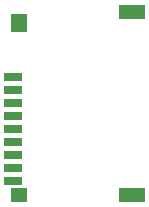
<source format=gbr>
%TF.GenerationSoftware,KiCad,Pcbnew,7.0.8*%
%TF.CreationDate,2023-11-12T18:19:46+02:00*%
%TF.ProjectId,PicoDrive,5069636f-4472-4697-9665-2e6b69636164,rev?*%
%TF.SameCoordinates,PX55854f8PY4548d10*%
%TF.FileFunction,Paste,Top*%
%TF.FilePolarity,Positive*%
%FSLAX46Y46*%
G04 Gerber Fmt 4.6, Leading zero omitted, Abs format (unit mm)*
G04 Created by KiCad (PCBNEW 7.0.8) date 2023-11-12 18:19:46*
%MOMM*%
%LPD*%
G01*
G04 APERTURE LIST*
%ADD10R,1.600000X0.700000*%
%ADD11R,1.400000X1.600000*%
%ADD12R,2.200000X1.200000*%
%ADD13R,1.400000X1.200000*%
G04 APERTURE END LIST*
D10*
%TO.C,J4*%
X60828145Y-44809968D03*
X60828145Y-45909968D03*
X60828145Y-47009968D03*
X60828145Y-48109968D03*
X60828145Y-49209968D03*
X60828145Y-50309968D03*
X60828145Y-51409968D03*
X60828145Y-52509968D03*
X60828145Y-53609968D03*
D11*
X61328145Y-40209968D03*
D12*
X70928145Y-39309968D03*
X70928145Y-54809968D03*
D13*
X61328145Y-54809968D03*
%TD*%
M02*

</source>
